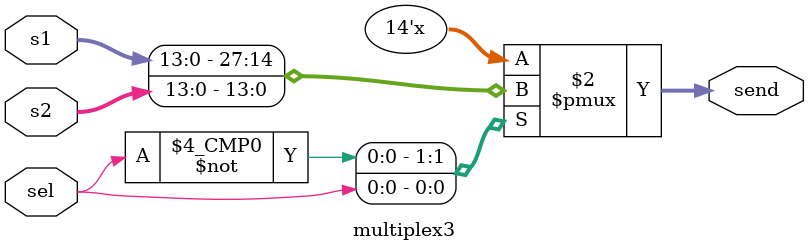
<source format=v>
module multiplex3 (output reg [13:0]send, input sel, input [13:0]s1, input [13:0]s2);
always@(sel or s1 or s2 )
begin
case (sel)
	'b0:send=s1;	
	'b1:send=s2;
	endcase
end
endmodule

</source>
